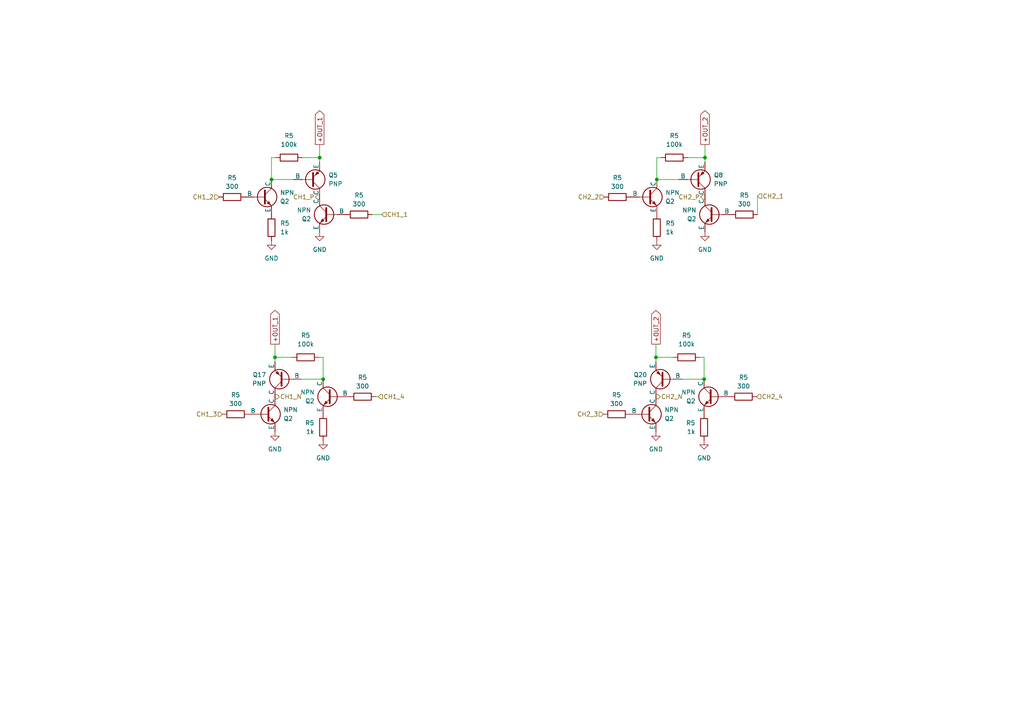
<source format=kicad_sch>
(kicad_sch (version 20230121) (generator eeschema)
  (paper "A4")
  (lib_symbols
    (symbol "Device:R" (pin_numbers hide) (pin_names (offset 0))
      (property "Reference" "R" (at 2.032 0 90))
      (property "Value" "R" (at 0 0 90))
      (symbol "R_0_1"
        (rectangle (start -1.016 -2.54) (end 1.016 2.54) (stroke (width 0.254)))
      )
      (symbol "R_1_1"
        (pin passive line (at 0 3.81 270) (length 1.27) (name "~") (number "1"))
        (pin passive line (at 0 -3.81 90) (length 1.27) (name "~") (number "2"))
      )
    )
    (symbol "PNP_1" (pin_numbers hide) (pin_names (offset 0))
      (property "Reference" "Q5" (at 5.08 1.27 0))
      (property "Value" "PNP" (at 5.08 -1.27 0))
      (symbol "PNP_1_0_1"
        (polyline (pts (xy -2.54 0) (xy 0.635 0)) (stroke (width 0.1524)))
        (polyline (pts (xy 0.635 0.635) (xy 2.54 2.54)))
        (polyline (pts (xy 0.635 -0.635) (xy 2.54 -2.54) (xy 2.54 -2.54)))
        (polyline (pts (xy 0.635 1.905) (xy 0.635 -1.905) (xy 0.635 -1.905)) (stroke (width 0.508)))
        (polyline (pts (xy 2.286 -1.778) (xy 1.778 -2.286) (xy 1.27 -1.27) (xy 2.286 -1.778) (xy 2.286 -1.778)) (fill (type outline)))
        (circle (center 1.27 0) (radius 2.8194) (stroke (width 0.254)))
      )
      (symbol "PNP_1_1_1"
        (pin input line (at -5.08 0 0) (length 2.54) (name "B") (number "1"))
        (pin open_emitter line (at 2.54 -5.08 90) (length 2.54) (name "E") (number "2"))
        (pin open_collector line (at 2.54 5.08 270) (length 2.54) (name "C") (number "3"))
      )
    )
    (symbol "Simulation_SPICE:NPN" (pin_numbers hide) (pin_names (offset 0))
      (property "Reference" "Q2" (at 5.08 1.27 0))
      (property "Value" "NPN" (at 5.08 -1.27 0))
      (symbol "NPN_0_1"
        (polyline (pts (xy -2.54 0) (xy 0.635 0)) (stroke (width 0.1524)))
        (polyline (pts (xy 0.635 0.635) (xy 2.54 2.54)))
        (polyline (pts (xy 2.794 -1.27) (xy 2.794 -1.27)) (stroke (width 0.1524)))
        (polyline (pts (xy 2.794 -1.27) (xy 2.794 -1.27)) (stroke (width 0.1524)))
        (polyline (pts (xy 0.635 -0.635) (xy 2.54 -2.54) (xy 2.54 -2.54)))
        (polyline (pts (xy 0.635 1.905) (xy 0.635 -1.905) (xy 0.635 -1.905)) (stroke (width 0.508)))
        (polyline (pts (xy 1.27 -1.778) (xy 1.778 -1.27) (xy 2.286 -2.286) (xy 1.27 -1.778) (xy 1.27 -1.778)) (fill (type outline)))
        (circle (center 1.27 0) (radius 2.8194) (stroke (width 0.254)))
      )
      (symbol "NPN_1_1"
        (pin input line (at -5.08 0 0) (length 2.54) (name "B") (number "1"))
        (pin open_emitter line (at 2.54 -5.08 90) (length 2.54) (name "E") (number "2"))
        (pin open_collector line (at 2.54 5.08 270) (length 2.54) (name "C") (number "3"))
      )
    )
    (symbol "power:GND" (power) (pin_names (offset 0))
      (property "Value" "GND" (at 0 -3.81 0))
      (symbol "GND_0_1"
        (polyline (pts (xy 0 0) (xy 0 -1.27) (xy 1.27 -1.27) (xy 0 -2.54) (xy -1.27 -1.27) (xy 0 -1.27)))
      )
      (symbol "GND_1_1"
        (pin power_in line (at 0 0 270) (length 0) hide (name "GND") (number "1"))
      )
    )
  )
  (junction (at 93.726 109.982))
  (junction (at 79.756 103.632))
  (junction (at 78.74 52.07))
  (junction (at 204.47 45.72))
  (junction (at 92.71 45.72))
  (junction (at 204.216 109.982))
  (junction (at 190.246 103.632))
  (junction (at 190.5 52.07))
  (wire (pts (xy 190.5 45.72) (xy 191.77 45.72)))
  (wire (pts (xy 196.85 52.07) (xy 190.5 52.07)))
  (wire (pts (xy 87.63 45.72) (xy 92.71 45.72)))
  (wire (pts (xy 204.216 109.982) (xy 204.216 103.632)))
  (wire (pts (xy 78.74 52.07) (xy 78.74 45.72)))
  (wire (pts (xy 93.726 109.982) (xy 93.726 103.632)))
  (wire (pts (xy 204.216 103.632) (xy 202.946 103.632)))
  (wire (pts (xy 78.74 45.72) (xy 80.01 45.72)))
  (wire (pts (xy 190.5 52.07) (xy 190.5 45.72)))
  (wire (pts (xy 109.728 115.062) (xy 108.966 115.062)))
  (wire (pts (xy 204.47 45.72) (xy 204.47 46.99)))
  (wire (pts (xy 87.376 109.982) (xy 93.726 109.982)))
  (wire (pts (xy 84.836 103.632) (xy 79.756 103.632)))
  (wire (pts (xy 93.726 103.632) (xy 92.456 103.632)))
  (wire (pts (xy 92.71 45.72) (xy 92.71 46.99)))
  (wire (pts (xy 92.71 41.91) (xy 92.71 45.72)))
  (wire (pts (xy 197.866 109.982) (xy 204.216 109.982)))
  (wire (pts (xy 190.246 99.822) (xy 190.246 103.632)))
  (wire (pts (xy 219.71 56.896) (xy 219.71 62.23)))
  (wire (pts (xy 204.47 41.91) (xy 204.47 45.72)))
  (wire (pts (xy 190.246 103.632) (xy 190.246 104.902)))
  (wire (pts (xy 110.744 62.23) (xy 107.95 62.23)))
  (wire (pts (xy 195.326 103.632) (xy 190.246 103.632)))
  (wire (pts (xy 85.09 52.07) (xy 78.74 52.07)))
  (wire (pts (xy 79.756 103.632) (xy 79.756 104.902)))
  (wire (pts (xy 79.756 99.822) (xy 79.756 103.632)))
  (wire (pts (xy 199.39 45.72) (xy 204.47 45.72)))
  (global_label "+OUT_2" (shape output) (at 190.246 99.822 90) (property "Intersheetrefs" "${INTERSHEET_REFS}" (effects hide)))
  (global_label "+OUT_1" (shape output) (at 92.71 41.91 90) (property "Intersheetrefs" "${INTERSHEET_REFS}" (effects hide)))
  (global_label "+OUT_1" (shape output) (at 79.756 99.822 90) (property "Intersheetrefs" "${INTERSHEET_REFS}" (effects hide)))
  (global_label "+OUT_2" (shape output) (at 204.47 41.91 90) (property "Intersheetrefs" "${INTERSHEET_REFS}" (effects hide)))
  (hierarchical_label "CH2_2" (shape input) (at 175.26 57.15 180))
  (hierarchical_label "CH2_P" (shape output) (at 204.47 57.15 180))
  (hierarchical_label "CH1_N" (shape output) (at 79.756 115.062 0))
  (hierarchical_label "CH1_2" (shape input) (at 63.5 57.15 180))
  (hierarchical_label "CH2_N" (shape output) (at 190.246 115.062 0))
  (hierarchical_label "CH2_3" (shape input) (at 175.006 120.142 180))
  (hierarchical_label "CH2_4" (shape input) (at 219.456 115.062 0))
  (hierarchical_label "CH2_1" (shape input) (at 219.71 56.896 0))
  (hierarchical_label "CH1_1" (shape input) (at 110.744 62.23 0))
  (hierarchical_label "CH1_3" (shape input) (at 64.516 120.142 180))
  (hierarchical_label "CH1_P" (shape output) (at 92.71 57.15 180))
  (hierarchical_label "CH1_4" (shape input) (at 109.728 115.062 0))
  (symbol (lib_name "PNP_1") (lib_id "Simulation_SPICE:PNP") (at 90.17 52.07 0) (mirror x) (unit 1)
    (property "Reference" "Q5" (at 95.25 50.8 0) (effects (justify left)))
    (property "Value" "PNP" (at 95.25 53.34 0) (effects (justify left)))
    (property "Footprint" "Package_TO_SOT_SMD:SOT-23" (effects hide))
    (property "Sim.Device" "PNP" (effects hide))
    (property "Sim.Type" "GUMMELPOON" (effects hide))
    (property "Sim.Pins" "1=B 2=E 3=C" (effects hide))
    (property "Manufacturer" "Diodes Incorporated" (effects hide))
    (property "Manufacturer Part Number" "FMMT591TA" (effects hide))
    (property "Manufacturing Note" "B" (effects hide))
    (property "Package" "SOT23" (effects hide))
    (property "Description" "TRANS PNP 60V 1A SOT23-3" (effects hide))
    (property "Long Description" "Bipolar (BJT) Transistor PNP 60 V 1 A 150MHz 500 mW Surface Mount SOT-23-3" (effects hide))
  )
  (symbol (lib_id "Simulation_SPICE:NPN") (at 207.01 62.23 0) (mirror y) (unit 1)
    (property "Reference" "Q2" (at 202.0083 63.5 0) (effects (justify left)))
    (property "Value" "NPN" (at 202.0083 60.96 0) (effects (justify left)))
    (property "Footprint" "Package_TO_SOT_SMD:SOT-23" (effects hide))
    (property "Sim.Device" "NPN" (effects hide))
    (property "Sim.Type" "GUMMELPOON" (effects hide))
    (property "Sim.Pins" "1=B 2=C 3=E" (effects hide))
    (property "Manufacturer" "On Semiconductor" (effects hide))
    (property "Manufacturer Part Number" "NSS60201LT1G" (effects hide))
    (property "Description" "TRANS NPN 60V 2A SOT23-3" (effects hide))
    (property "Long Description" "Bipolar (BJT) Transistor NPN 60 V 2 A 100MHz 460 mW Surface Mount SOT-23-3 (TO-236)" (effects hide))
    (property "Package" "SOT23-3" (effects hide))
    (property "Manufacturing Note" "B" (effects hide))
    (instances (project "MaxTENS" (path "" (reference "Q2") (unit 1)) (path "" (reference "Q9") (unit 1))))
  )
  (symbol (lib_name "PNP_1") (lib_id "Simulation_SPICE:PNP") (at 192.786 109.982 180) (unit 1)
    (property "Reference" "Q20" (at 187.706 108.712 0) (effects (justify left)))
    (property "Value" "PNP" (at 187.706 111.252 0) (effects (justify left)))
    (property "Footprint" "Package_TO_SOT_SMD:SOT-23" (effects hide))
    (property "Sim.Device" "PNP" (effects hide))
    (property "Sim.Type" "GUMMELPOON" (effects hide))
    (property "Sim.Pins" "1=B 2=E 3=C" (effects hide))
    (property "Manufacturer" "Diodes Incorporated" (effects hide))
    (property "Manufacturer Part Number" "FMMT591TA" (effects hide))
    (property "Manufacturing Note" "B" (effects hide))
    (property "Package" "SOT23" (effects hide))
    (property "Description" "TRANS PNP 60V 1A SOT23-3" (effects hide))
    (property "Long Description" "Bipolar (BJT) Transistor PNP 60 V 1 A 150MHz 500 mW Surface Mount SOT-23-3" (effects hide))
  )
  (symbol (lib_id "power:GND") (at 204.216 127.762 0) (mirror y) (unit 1)
    (property "Reference" "#PWR021" (effects hide))
    (property "Value" "GND" (at 204.216 132.842 0))
  )
  (symbol (lib_id "power:GND") (at 190.5 69.85 0) (unit 1)
    (property "Reference" "#PWR018" (effects hide))
    (property "Value" "GND" (at 190.5 74.93 0))
  )
  (symbol (lib_id "power:GND") (at 79.756 125.222 0) (mirror y) (unit 1)
    (property "Reference" "#PWR051" (effects hide))
    (property "Value" "GND" (at 79.756 130.302 0))
  )
  (symbol (lib_id "power:GND") (at 92.71 67.31 0) (unit 1)
    (property "Reference" "#PWR049" (effects hide))
    (property "Value" "GND" (at 92.71 72.39 0))
  )
  (symbol (lib_id "Device:R") (at 78.74 66.04 0) (unit 1)
    (property "Reference" "R5" (at 81.28 64.77 0) (effects (justify left)))
    (property "Value" "1k" (at 81.28 67.31 0) (effects (justify left)))
    (property "Footprint" "Resistor_SMD:R_0402_1005Metric" (effects hide))
    (property "Manufacturer" "Yageo" (effects hide))
    (property "Manufacturer Part Number" "RC0402FR-101KL" (effects hide))
    (property "Manufacturing Note" "D" (effects hide))
    (property "Description" "RES 1K OHM 1% 1/16W 0402" (effects hide))
    (property "Long Description" "1 kOhms ±1% 0.063W, 1/16W Chip Resistor 0402 (1005 Metric) Thick Film" (effects hide))
    (instances (project "MaxTENS" (path "" (reference "R5") (unit 1)) (path "" (reference "R20") (unit 1))))
  )
  (symbol (lib_id "power:GND") (at 190.246 125.222 0) (mirror y) (unit 1)
    (property "Reference" "#PWR020" (effects hide))
    (property "Value" "GND" (at 190.246 130.302 0))
  )
  (symbol (lib_id "Device:R") (at 105.156 115.062 90) (unit 1)
    (property "Reference" "R5" (at 105.156 109.474 90))
    (property "Value" "300" (at 105.156 112.014 90))
    (property "Footprint" "Resistor_SMD:R_0402_1005Metric" (effects hide))
    (property "Manufacturer" "Yageo" (effects hide))
    (property "Manufacturer Part Number" "RC0402FR-07300RL" (effects hide))
    (property "Manufacturing Note" "D" (effects hide))
    (property "Description" "RES 300 OHM 1% 1/16W 0402" (effects hide))
    (property "Long Description" "300 Ohms ±1% 0.063W, 1/16W Chip Resistor 0402 (1005 Metric) Thick Film" (effects hide))
    (instances (project "MaxTENS" (path "" (reference "R5") (unit 1)) (path "" (reference "R57") (unit 1))))
  )
  (symbol (lib_id "Device:R") (at 179.07 57.15 90) (unit 1)
    (property "Reference" "R5" (at 179.07 51.562 90))
    (property "Value" "300" (at 179.07 54.102 90))
    (property "Footprint" "Resistor_SMD:R_0402_1005Metric" (effects hide))
    (property "Manufacturer" "Yageo" (effects hide))
    (property "Manufacturer Part Number" "RC0402FR-07300RL" (effects hide))
    (property "Manufacturing Note" "D" (effects hide))
    (property "Description" "RES 300 OHM 1% 1/16W 0402" (effects hide))
    (property "Long Description" "300 Ohms ±1% 0.063W, 1/16W Chip Resistor 0402 (1005 Metric) Thick Film" (effects hide))
    (instances (project "MaxTENS" (path "" (reference "R5") (unit 1)) (path "" (reference "R61") (unit 1))))
  )
  (symbol (lib_id "Device:R") (at 104.14 62.23 90) (unit 1)
    (property "Reference" "R5" (at 104.14 56.642 90))
    (property "Value" "300" (at 104.14 59.182 90))
    (property "Footprint" "Resistor_SMD:R_0402_1005Metric" (effects hide))
    (property "Manufacturer" "Yageo" (effects hide))
    (property "Manufacturer Part Number" "RC0402FR-07300RL" (effects hide))
    (property "Manufacturing Note" "D" (effects hide))
    (property "Description" "RES 300 OHM 1% 1/16W 0402" (effects hide))
    (property "Long Description" "300 Ohms ±1% 0.063W, 1/16W Chip Resistor 0402 (1005 Metric) Thick Film" (effects hide))
    (instances (project "MaxTENS" (path "" (reference "R5") (unit 1)) (path "" (reference "R55") (unit 1))))
  )
  (symbol (lib_id "power:GND") (at 204.47 67.31 0) (unit 1)
    (property "Reference" "#PWR019" (effects hide))
    (property "Value" "GND" (at 204.47 72.39 0))
  )
  (symbol (lib_id "Device:R") (at 178.816 120.142 90) (unit 1)
    (property "Reference" "R5" (at 178.816 114.554 90))
    (property "Value" "300" (at 178.816 117.094 90))
    (property "Footprint" "Resistor_SMD:R_0402_1005Metric" (effects hide))
    (property "Manufacturer" "Yageo" (effects hide))
    (property "Manufacturer Part Number" "RC0402FR-07300RL" (effects hide))
    (property "Manufacturing Note" "D" (effects hide))
    (property "Description" "RES 300 OHM 1% 1/16W 0402" (effects hide))
    (property "Long Description" "300 Ohms ±1% 0.063W, 1/16W Chip Resistor 0402 (1005 Metric) Thick Film" (effects hide))
    (instances (project "MaxTENS" (path "" (reference "R5") (unit 1)) (path "" (reference "R59") (unit 1))))
  )
  (symbol (lib_id "Device:R") (at 215.9 62.23 90) (unit 1)
    (property "Reference" "R5" (at 215.9 56.642 90))
    (property "Value" "300" (at 215.9 59.182 90))
    (property "Footprint" "Resistor_SMD:R_0402_1005Metric" (effects hide))
    (property "Manufacturer" "Yageo" (effects hide))
    (property "Manufacturer Part Number" "RC0402FR-07300RL" (effects hide))
    (property "Manufacturing Note" "D" (effects hide))
    (property "Description" "RES 300 OHM 1% 1/16W 0402" (effects hide))
    (property "Long Description" "300 Ohms ±1% 0.063W, 1/16W Chip Resistor 0402 (1005 Metric) Thick Film" (effects hide))
    (instances (project "MaxTENS" (path "" (reference "R5") (unit 1)) (path "" (reference "R58") (unit 1))))
  )
  (symbol (lib_name "PNP_1") (lib_id "Simulation_SPICE:PNP") (at 82.296 109.982 180) (unit 1)
    (property "Reference" "Q17" (at 77.216 108.712 0) (effects (justify left)))
    (property "Value" "PNP" (at 77.216 111.252 0) (effects (justify left)))
    (property "Footprint" "Package_TO_SOT_SMD:SOT-23" (effects hide))
    (property "Sim.Device" "PNP" (effects hide))
    (property "Sim.Type" "GUMMELPOON" (effects hide))
    (property "Sim.Pins" "1=B 2=E 3=C" (effects hide))
    (property "Manufacturer" "Diodes Incorporated" (effects hide))
    (property "Manufacturer Part Number" "FMMT591TA" (effects hide))
    (property "Manufacturing Note" "B" (effects hide))
    (property "Package" "SOT23" (effects hide))
    (property "Description" "TRANS PNP 60V 1A SOT23-3" (effects hide))
    (property "Long Description" "Bipolar (BJT) Transistor PNP 60 V 1 A 150MHz 500 mW Surface Mount SOT-23-3" (effects hide))
  )
  (symbol (lib_id "Device:R") (at 68.326 120.142 90) (unit 1)
    (property "Reference" "R5" (at 68.326 114.554 90))
    (property "Value" "300" (at 68.326 117.094 90))
    (property "Footprint" "Resistor_SMD:R_0402_1005Metric" (effects hide))
    (property "Manufacturer" "Yageo" (effects hide))
    (property "Manufacturer Part Number" "RC0402FR-07300RL" (effects hide))
    (property "Manufacturing Note" "D" (effects hide))
    (property "Description" "RES 300 OHM 1% 1/16W 0402" (effects hide))
    (property "Long Description" "300 Ohms ±1% 0.063W, 1/16W Chip Resistor 0402 (1005 Metric) Thick Film" (effects hide))
    (instances (project "MaxTENS" (path "" (reference "R5") (unit 1)) (path "" (reference "R56") (unit 1))))
  )
  (symbol (lib_id "Device:R") (at 83.82 45.72 90) (unit 1)
    (property "Reference" "R5" (at 83.82 39.37 90))
    (property "Value" "100k" (at 83.82 41.91 90))
    (property "Footprint" "Resistor_SMD:R_0402_1005Metric" (effects hide))
    (property "Manufacturer" "Yageo" (effects hide))
    (property "Manufacturer Part Number" "RC0402FR-13100KL" (effects hide))
    (property "Manufacturing Note" "D" (effects hide))
    (property "Description" "RES 100K OHM 1% 1/16W 0402" (effects hide))
    (property "Long Description" "100 kOhms ±1% 0.063W, 1/16W Chip Resistor 0402 (1005 Metric) Thick Film" (effects hide))
    (instances (project "MaxTENS" (path "" (reference "R5") (unit 1)) (path "" (reference "R6") (unit 1))))
  )
  (symbol (lib_id "Simulation_SPICE:NPN") (at 187.706 120.142 0) (unit 1)
    (property "Reference" "Q2" (at 192.7077 121.412 0) (effects (justify left)))
    (property "Value" "NPN" (at 192.7077 118.872 0) (effects (justify left)))
    (property "Footprint" "Package_TO_SOT_SMD:SOT-23" (effects hide))
    (property "Sim.Device" "NPN" (effects hide))
    (property "Sim.Type" "GUMMELPOON" (effects hide))
    (property "Sim.Pins" "1=B 2=C 3=E" (effects hide))
    (property "Manufacturer" "On Semiconductor" (effects hide))
    (property "Manufacturer Part Number" "NSS60201LT1G" (effects hide))
    (property "Description" "TRANS NPN 60V 2A SOT23-3" (effects hide))
    (property "Long Description" "Bipolar (BJT) Transistor NPN 60 V 2 A 100MHz 460 mW Surface Mount SOT-23-3 (TO-236)" (effects hide))
    (property "Package" "SOT23-3" (effects hide))
    (property "Manufacturing Note" "B" (effects hide))
    (instances (project "MaxTENS" (path "" (reference "Q2") (unit 1)) (path "" (reference "Q19") (unit 1))))
  )
  (symbol (lib_id "Device:R") (at 204.216 123.952 0) (mirror y) (unit 1)
    (property "Reference" "R5" (at 201.676 122.682 0) (effects (justify left)))
    (property "Value" "1k" (at 201.676 125.222 0) (effects (justify left)))
    (property "Footprint" "Resistor_SMD:R_0402_1005Metric" (effects hide))
    (property "Manufacturer" "Yageo" (effects hide))
    (property "Manufacturer Part Number" "RC0402FR-101KL" (effects hide))
    (property "Manufacturing Note" "D" (effects hide))
    (property "Description" "RES 1K OHM 1% 1/16W 0402" (effects hide))
    (property "Long Description" "1 kOhms ±1% 0.063W, 1/16W Chip Resistor 0402 (1005 Metric) Thick Film" (effects hide))
    (instances (project "MaxTENS" (path "" (reference "R5") (unit 1)) (path "" (reference "R10") (unit 1))))
  )
  (symbol (lib_id "power:GND") (at 93.726 127.762 0) (mirror y) (unit 1)
    (property "Reference" "#PWR050" (effects hide))
    (property "Value" "GND" (at 93.726 132.842 0))
  )
  (symbol (lib_id "Device:R") (at 199.136 103.632 270) (mirror x) (unit 1)
    (property "Reference" "R5" (at 199.136 97.282 90))
    (property "Value" "100k" (at 199.136 99.822 90))
    (property "Footprint" "Resistor_SMD:R_0402_1005Metric" (effects hide))
    (property "Manufacturer" "Yageo" (effects hide))
    (property "Manufacturer Part Number" "RC0402FR-13100KL" (effects hide))
    (property "Manufacturing Note" "D" (effects hide))
    (property "Description" "RES 100K OHM 1% 1/16W 0402" (effects hide))
    (property "Long Description" "100 kOhms ±1% 0.063W, 1/16W Chip Resistor 0402 (1005 Metric) Thick Film" (effects hide))
    (instances (project "MaxTENS" (path "" (reference "R5") (unit 1)) (path "" (reference "R9") (unit 1))))
  )
  (symbol (lib_id "Device:R") (at 190.5 66.04 0) (unit 1)
    (property "Reference" "R5" (at 193.04 64.77 0) (effects (justify left)))
    (property "Value" "1k" (at 193.04 67.31 0) (effects (justify left)))
    (property "Footprint" "Resistor_SMD:R_0402_1005Metric" (effects hide))
    (property "Manufacturer" "Yageo" (effects hide))
    (property "Manufacturer Part Number" "RC0402FR-101KL" (effects hide))
    (property "Manufacturing Note" "D" (effects hide))
    (property "Description" "RES 1K OHM 1% 1/16W 0402" (effects hide))
    (property "Long Description" "1 kOhms ±1% 0.063W, 1/16W Chip Resistor 0402 (1005 Metric) Thick Film" (effects hide))
    (instances (project "MaxTENS" (path "" (reference "R5") (unit 1)) (path "" (reference "R7") (unit 1))))
  )
  (symbol (lib_id "Simulation_SPICE:NPN") (at 96.266 115.062 0) (mirror y) (unit 1)
    (property "Reference" "Q2" (at 91.2643 116.332 0) (effects (justify left)))
    (property "Value" "NPN" (at 91.2643 113.792 0) (effects (justify left)))
    (property "Footprint" "Package_TO_SOT_SMD:SOT-23" (effects hide))
    (property "Sim.Device" "NPN" (effects hide))
    (property "Sim.Type" "GUMMELPOON" (effects hide))
    (property "Sim.Pins" "1=B 2=C 3=E" (effects hide))
    (property "Manufacturer" "On Semiconductor" (effects hide))
    (property "Manufacturer Part Number" "NSS60201LT1G" (effects hide))
    (property "Description" "TRANS NPN 60V 2A SOT23-3" (effects hide))
    (property "Long Description" "Bipolar (BJT) Transistor NPN 60 V 2 A 100MHz 460 mW Surface Mount SOT-23-3 (TO-236)" (effects hide))
    (property "Package" "SOT23-3" (effects hide))
    (property "Manufacturing Note" "B" (effects hide))
    (instances (project "MaxTENS" (path "" (reference "Q2") (unit 1)) (path "" (reference "Q16") (unit 1))))
  )
  (symbol (lib_id "Simulation_SPICE:NPN") (at 206.756 115.062 0) (mirror y) (unit 1)
    (property "Reference" "Q2" (at 201.7543 116.332 0) (effects (justify left)))
    (property "Value" "NPN" (at 201.7543 113.792 0) (effects (justify left)))
    (property "Footprint" "Package_TO_SOT_SMD:SOT-23" (effects hide))
    (property "Sim.Device" "NPN" (effects hide))
    (property "Sim.Type" "GUMMELPOON" (effects hide))
    (property "Sim.Pins" "1=B 2=C 3=E" (effects hide))
    (property "Manufacturer" "On Semiconductor" (effects hide))
    (property "Manufacturer Part Number" "NSS60201LT1G" (effects hide))
    (property "Description" "TRANS NPN 60V 2A SOT23-3" (effects hide))
    (property "Long Description" "Bipolar (BJT) Transistor NPN 60 V 2 A 100MHz 460 mW Surface Mount SOT-23-3 (TO-236)" (effects hide))
    (property "Package" "SOT23-3" (effects hide))
    (property "Manufacturing Note" "B" (effects hide))
    (instances (project "MaxTENS" (path "" (reference "Q2") (unit 1)) (path "" (reference "Q21") (unit 1))))
  )
  (symbol (lib_id "Simulation_SPICE:NPN") (at 187.96 57.15 0) (unit 1)
    (property "Reference" "Q2" (at 192.9617 58.42 0) (effects (justify left)))
    (property "Value" "NPN" (at 192.9617 55.88 0) (effects (justify left)))
    (property "Footprint" "Package_TO_SOT_SMD:SOT-23" (effects hide))
    (property "Sim.Device" "NPN" (effects hide))
    (property "Sim.Type" "GUMMELPOON" (effects hide))
    (property "Sim.Pins" "1=B 2=C 3=E" (effects hide))
    (property "Manufacturer" "On Semiconductor" (effects hide))
    (property "Manufacturer Part Number" "NSS60201LT1G" (effects hide))
    (property "Description" "TRANS NPN 60V 2A SOT23-3" (effects hide))
    (property "Long Description" "Bipolar (BJT) Transistor NPN 60 V 2 A 100MHz 460 mW Surface Mount SOT-23-3 (TO-236)" (effects hide))
    (property "Package" "SOT23-3" (effects hide))
    (property "Manufacturing Note" "B" (effects hide))
    (instances (project "MaxTENS" (path "" (reference "Q2") (unit 1)) (path "" (reference "Q7") (unit 1))))
  )
  (symbol (lib_id "Device:R") (at 67.31 57.15 90) (unit 1)
    (property "Reference" "R5" (at 67.31 51.562 90))
    (property "Value" "300" (at 67.31 54.102 90))
    (property "Footprint" "Resistor_SMD:R_0402_1005Metric" (effects hide))
    (property "Manufacturer" "Yageo" (effects hide))
    (property "Manufacturer Part Number" "RC0402FR-07300RL" (effects hide))
    (property "Manufacturing Note" "D" (effects hide))
    (property "Description" "RES 300 OHM 1% 1/16W 0402" (effects hide))
    (property "Long Description" "300 Ohms ±1% 0.063W, 1/16W Chip Resistor 0402 (1005 Metric) Thick Film" (effects hide))
    (instances (project "MaxTENS" (path "" (reference "R5") (unit 1)) (path "" (reference "R54") (unit 1))))
  )
  (symbol (lib_id "Device:R") (at 88.646 103.632 270) (mirror x) (unit 1)
    (property "Reference" "R5" (at 88.646 97.282 90))
    (property "Value" "100k" (at 88.646 99.822 90))
    (property "Footprint" "Resistor_SMD:R_0402_1005Metric" (effects hide))
    (property "Manufacturer" "Yageo" (effects hide))
    (property "Manufacturer Part Number" "RC0402FR-13100KL" (effects hide))
    (property "Manufacturing Note" "D" (effects hide))
    (property "Description" "RES 100K OHM 1% 1/16W 0402" (effects hide))
    (property "Long Description" "100 kOhms ±1% 0.063W, 1/16W Chip Resistor 0402 (1005 Metric) Thick Film" (effects hide))
    (instances (project "MaxTENS" (path "" (reference "R5") (unit 1)) (path "" (reference "R22") (unit 1))))
  )
  (symbol (lib_id "Simulation_SPICE:NPN") (at 95.25 62.23 0) (mirror y) (unit 1)
    (property "Reference" "Q2" (at 90.2483 63.5 0) (effects (justify left)))
    (property "Value" "NPN" (at 90.2483 60.96 0) (effects (justify left)))
    (property "Footprint" "Package_TO_SOT_SMD:SOT-23" (effects hide))
    (property "Sim.Device" "NPN" (effects hide))
    (property "Sim.Type" "GUMMELPOON" (effects hide))
    (property "Sim.Pins" "1=B 2=C 3=E" (effects hide))
    (property "Manufacturer" "On Semiconductor" (effects hide))
    (property "Manufacturer Part Number" "NSS60201LT1G" (effects hide))
    (property "Description" "TRANS NPN 60V 2A SOT23-3" (effects hide))
    (property "Long Description" "Bipolar (BJT) Transistor NPN 60 V 2 A 100MHz 460 mW Surface Mount SOT-23-3 (TO-236)" (effects hide))
    (property "Package" "SOT23-3" (effects hide))
    (property "Manufacturing Note" "B" (effects hide))
    (instances (project "MaxTENS" (path "" (reference "Q2") (unit 1)) (path "" (reference "Q4") (unit 1))))
  )
  (symbol (lib_id "Simulation_SPICE:NPN") (at 76.2 57.15 0) (unit 1)
    (property "Reference" "Q2" (at 81.2017 58.42 0) (effects (justify left)))
    (property "Value" "NPN" (at 81.2017 55.88 0) (effects (justify left)))
    (property "Footprint" "Package_TO_SOT_SMD:SOT-23" (effects hide))
    (property "Sim.Device" "NPN" (effects hide))
    (property "Sim.Type" "GUMMELPOON" (effects hide))
    (property "Sim.Pins" "1=B 2=C 3=E" (effects hide))
    (property "Manufacturer" "On Semiconductor" (effects hide))
    (property "Manufacturer Part Number" "NSS60201LT1G" (effects hide))
    (property "Description" "TRANS NPN 60V 2A SOT23-3" (effects hide))
    (property "Long Description" "Bipolar (BJT) Transistor NPN 60 V 2 A 100MHz 460 mW Surface Mount SOT-23-3 (TO-236)" (effects hide))
    (property "Package" "SOT23-3" (effects hide))
    (property "Manufacturing Note" "B" (effects hide))
    (instances (project "MaxTENS" (path "" (reference "Q2") (unit 1)) (path "" (reference "Q6") (unit 1))))
  )
  (symbol (lib_id "Device:R") (at 93.726 123.952 0) (mirror y) (unit 1)
    (property "Reference" "R5" (at 91.186 122.682 0) (effects (justify left)))
    (property "Value" "1k" (at 91.186 125.222 0) (effects (justify left)))
    (property "Footprint" "Resistor_SMD:R_0402_1005Metric" (effects hide))
    (property "Manufacturer" "Yageo" (effects hide))
    (property "Manufacturer Part Number" "RC0402FR-101KL" (effects hide))
    (property "Manufacturing Note" "D" (effects hide))
    (property "Description" "RES 1K OHM 1% 1/16W 0402" (effects hide))
    (property "Long Description" "1 kOhms ±1% 0.063W, 1/16W Chip Resistor 0402 (1005 Metric) Thick Film" (effects hide))
    (instances (project "MaxTENS" (path "" (reference "R5") (unit 1)) (path "" (reference "R21") (unit 1))))
  )
  (symbol (lib_id "Device:R") (at 215.646 115.062 90) (unit 1)
    (property "Reference" "R5" (at 215.646 109.474 90))
    (property "Value" "300" (at 215.646 112.014 90))
    (property "Footprint" "Resistor_SMD:R_0402_1005Metric" (effects hide))
    (property "Manufacturer" "Yageo" (effects hide))
    (property "Manufacturer Part Number" "RC0402FR-07300RL" (effects hide))
    (property "Manufacturing Note" "D" (effects hide))
    (property "Description" "RES 300 OHM 1% 1/16W 0402" (effects hide))
    (property "Long Description" "300 Ohms ±1% 0.063W, 1/16W Chip Resistor 0402 (1005 Metric) Thick Film" (effects hide))
    (instances (project "MaxTENS" (path "" (reference "R5") (unit 1)) (path "" (reference "R60") (unit 1))))
  )
  (symbol (lib_id "Simulation_SPICE:NPN") (at 77.216 120.142 0) (unit 1)
    (property "Reference" "Q2" (at 82.2177 121.412 0) (effects (justify left)))
    (property "Value" "NPN" (at 82.2177 118.872 0) (effects (justify left)))
    (property "Footprint" "Package_TO_SOT_SMD:SOT-23" (effects hide))
    (property "Sim.Device" "NPN" (effects hide))
    (property "Sim.Type" "GUMMELPOON" (effects hide))
    (property "Sim.Pins" "1=B 2=C 3=E" (effects hide))
    (property "Manufacturer" "On Semiconductor" (effects hide))
    (property "Manufacturer Part Number" "NSS60201LT1G" (effects hide))
    (property "Description" "TRANS NPN 60V 2A SOT23-3" (effects hide))
    (property "Long Description" "Bipolar (BJT) Transistor NPN 60 V 2 A 100MHz 460 mW Surface Mount SOT-23-3 (TO-236)" (effects hide))
    (property "Package" "SOT23-3" (effects hide))
    (property "Manufacturing Note" "B" (effects hide))
    (instances (project "MaxTENS" (path "" (reference "Q2") (unit 1)) (path "" (reference "Q18") (unit 1))))
  )
  (symbol (lib_name "PNP_1") (lib_id "Simulation_SPICE:PNP") (at 201.93 52.07 0) (mirror x) (unit 1)
    (property "Reference" "Q8" (at 207.01 50.8 0) (effects (justify left)))
    (property "Value" "PNP" (at 207.01 53.34 0) (effects (justify left)))
    (property "Footprint" "Package_TO_SOT_SMD:SOT-23" (effects hide))
    (property "Sim.Device" "PNP" (effects hide))
    (property "Sim.Type" "GUMMELPOON" (effects hide))
    (property "Sim.Pins" "1=B 2=E 3=C" (effects hide))
    (property "Manufacturer" "Diodes Incorporated" (effects hide))
    (property "Manufacturer Part Number" "FMMT591TA" (effects hide))
    (property "Manufacturing Note" "B" (effects hide))
    (property "Package" "SOT23" (effects hide))
    (property "Description" "TRANS PNP 60V 1A SOT23-3" (effects hide))
    (property "Long Description" "Bipolar (BJT) Transistor PNP 60 V 1 A 150MHz 500 mW Surface Mount SOT-23-3" (effects hide))
  )
  (symbol (lib_id "power:GND") (at 78.74 69.85 0) (unit 1)
    (property "Reference" "#PWR048" (effects hide))
    (property "Value" "GND" (at 78.74 74.93 0))
  )
  (symbol (lib_id "Device:R") (at 195.58 45.72 90) (unit 1)
    (property "Reference" "R5" (at 195.58 39.37 90))
    (property "Value" "100k" (at 195.58 41.91 90))
    (property "Footprint" "Resistor_SMD:R_0402_1005Metric" (effects hide))
    (property "Manufacturer" "Yageo" (effects hide))
    (property "Manufacturer Part Number" "RC0402FR-13100KL" (effects hide))
    (property "Manufacturing Note" "D" (effects hide))
    (property "Description" "RES 100K OHM 1% 1/16W 0402" (effects hide))
    (property "Long Description" "100 kOhms ±1% 0.063W, 1/16W Chip Resistor 0402 (1005 Metric) Thick Film" (effects hide))
    (instances (project "MaxTENS" (path "" (reference "R5") (unit 1)) (path "" (reference "R8") (unit 1))))
  )
)
</source>
